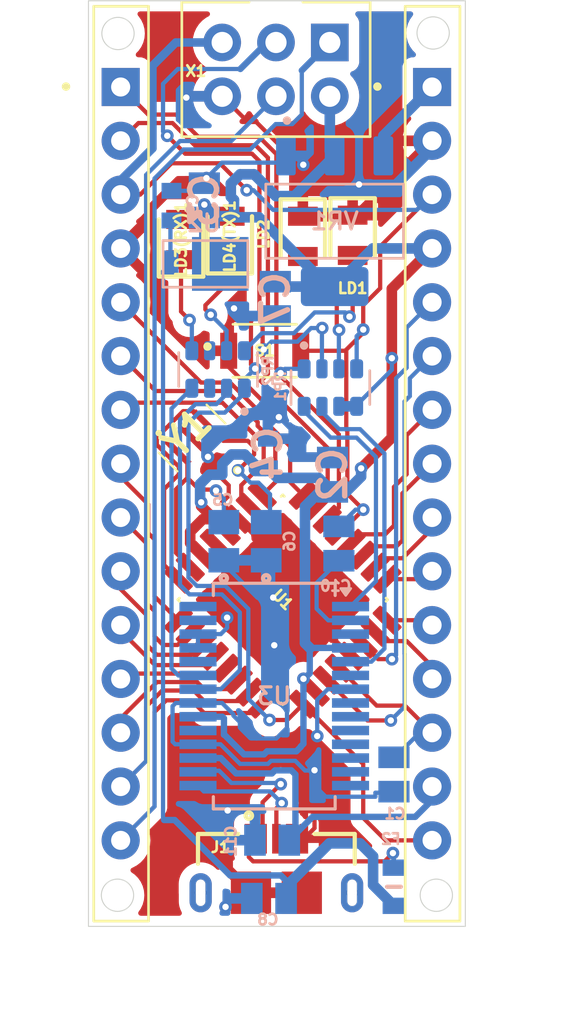
<source format=kicad_pcb>
(kicad_pcb (version 20240108) (generator "pcbnew") (generator_version "8.0")
  (layers (0 "F.Cu" signal) (31 "B.Cu" signal) (34 "B.Paste" user) (35 "F.Paste" user) (36 "B.SilkS" user "B.Silkscreen") (37 "F.SilkS" user "F.Silkscreen") (38 "B.Mask" user) (39 "F.Mask" user) (44 "Edge.Cuts" user))
  (net 0 "")
  (net 1 "GND")
  (net 2 "/AREF")
  (net 3 "+5V")
  (net 4 "Net-(U1-PB6(XTAL1))")
  (net 5 "Net-(U1-PB7(XTAL2))")
  (net 6 "VUSB")
  (net 7 "Net-(U3-DTR)")
  (net 8 "/RESET")
  (net 9 "3V3")
  (net 10 "Net-(J1-VBUS)")
  (net 12 "Net-(J1-D+)")
  (net 13 "Net-(LD1-A)")
  (net 14 "Net-(LD3(RX)1-K)")
  (net 15 "Net-(LD4(TX)1-K)")
  (net 16 "/D7")
  (net 17 "/A4")
  (net 18 "/A7")
  (net 19 "/D3")
  (net 20 "/A1")
  (net 21 "/D12{slash}MISO")
  (net 22 "/D1{slash}TX")
  (net 23 "/D10")
  (net 24 "/D11{slash}MOSI")
  (net 25 "/D9")
  (net 26 "/D13{slash}SCK")
  (net 27 "/D8")
  (net 28 "/A2")
  (net 29 "/D5")
  (net 30 "/D0{slash}RX")
  (net 31 "/A0")
  (net 32 "/A6")
  (net 33 "/A3")
  (net 34 "/D6")
  (net 35 "/D2")
  (net 36 "/D4")
  (net 37 "/A5")
  (net 39 "/RX")
  (net 40 "Net-(U3-CBUS1)")
  (net 49 "/TX")
  (net 50 "Net-(U3-CBUS0)")
  (net 53 "Vin")
  (net 55 "unconnected-(RP2-Pad3)")
  (net 56 "Net-(LD2-A)")
  (net 59 "Net-(J1-D-)")
  (footprint "LED_red:LEDC2012X85N" (layer "F.Cu") (at 150.1 92.45 -90)
    (property "Reference" "LD2")
    (property "Value" "GREEN" (hide yes))
  )
  (footprint "crystal_3Terminal:CSTCE16M0V53R0" (layer "F.Cu") (at 144.85 101.95 -135)
    (property "Reference" "Y1")
    (property "Value" "CSTCE16M0V53-R0" (hide yes))
  )
  (footprint "LED_red:LEDC2012X85N" (layer "F.Cu") (at 144.35 92.6 90)
    (property "Reference" "LD3(RX)1")
    (property "Value" "RED" (hide yes))
  )
  (footprint "LED_orange:LEDC2012X50N" (layer "F.Cu") (at 152.45 92.4 -90)
    (property "Reference" "LD1")
    (property "Value" "YELLOW" (hide yes))
  )
  (footprint "USB3090-XX-X_REVE:GCT_USB3090-XX-X_REVE" (layer "F.Cu") (at 148.85 123.4329)
    (property "Reference" "J1")
    (property "Value" "USB3090-XX-X_REVE")
    (fp_line (start -3.8 0.4) (end -3.8 -0.4) (stroke (width 0.01)) (layer "Edge.Cuts"))
    (fp_line (start -3.35 -0.4) (end -3.35 0.4) (stroke (width 0.01)) (layer "Edge.Cuts"))
    (fp_line (start 3.35 0.4) (end 3.35 -0.4) (stroke (width 0.01)) (layer "Edge.Cuts"))
    (fp_line (start 3.8 -0.4) (end 3.8 0.4) (stroke (width 0.01)) (layer "Edge.Cuts"))
    (fp_arc (start -3.8 -0.4) (mid -3.734099 -0.559099) (end -3.575 -0.625) (stroke (width 0.01)) (layer "Edge.Cuts"))
    (fp_arc (start -3.575 -0.625) (mid -3.415901 -0.559099) (end -3.35 -0.4) (stroke (width 0.01)) (layer "Edge.Cuts"))
    (fp_arc (start -3.575 0.625) (mid -3.734099 0.559099) (end -3.8 0.4) (stroke (width 0.01)) (layer "Edge.Cuts"))
    (fp_arc (start -3.35 0.4) (mid -3.415901 0.559099) (end -3.575 0.625) (stroke (width 0.01)) (layer "Edge.Cuts"))
    (fp_arc (start 3.35 -0.4) (mid 3.415901 -0.559099) (end 3.575 -0.625) (stroke (width 0.01)) (layer "Edge.Cuts"))
    (fp_arc (start 3.575 -0.625) (mid 3.734099 -0.559099) (end 3.8 -0.4) (stroke (width 0.01)) (layer "Edge.Cuts"))
    (fp_arc (start 3.575 0.625) (mid 3.415901 0.559099) (end 3.35 0.4) (stroke (width 0.01)) (layer "Edge.Cuts"))
    (fp_arc (start 3.8 0.4) (mid 3.734099 0.559099) (end 3.575 0.625) (stroke (width 0.01)) (layer "Edge.Cuts"))
  )
  (footprint "my_Library:header_pin1x15" (layer "F.Cu") (at 141.525 100.64)
    (property "Reference" "J2" (hide yes))
    (property "Value" "Conn_01x15" (hide yes))
  )
  (footprint "ATMEGA328P-AU:QFP80P900X900X120-32N" (layer "F.Cu") (at 149.15 109.6 -45)
    (property "Reference" "U1")
    (property "Value" "ATMEGA328P-AU")
  )
  (footprint "AVR-ICSP:ICSP-2X03-2.54" (layer "F.Cu") (at 151.37175 83.29825 -90)
    (property "Reference" "X1")
    (property "Value" "AVR-ICSP")
  )
  (footprint "B3U_1000P:SW_B3U-1000P" (layer "F.Cu") (at 148.3 97.85)
    (property "Reference" "S1")
    (property "Value" "B3U-1000P")
  )
  (footprint "LED_green:LEDC2012X50N" (layer "F.Cu") (at 146.65 92.45 90)
    (property "Reference" "LD4(TX)1")
    (property "Value" "GREEN" (hide yes))
  )
  (footprint "my_Library:header_pin1x15" (layer "F.Cu") (at 156.225 100.64)
    (property "Reference" "J3" (hide yes))
    (property "Value" "Conn_01x15" (hide yes))
  )
  (footprint "cap_0.1uF:CAPC2012X94N" (layer "B.Cu") (at 145.45 90.75 90)
    (property "Reference" "C3")
    (property "Value" "0.1uF" (hide yes))
  )
  (footprint "YC164_JR_071KL:RESCAXE80P320X160X70-8N" (layer "B.Cu") (at 146.1 98.735 90)
    (property "Reference" "RP2")
    (property "Value" "1k")
  )
  (footprint "LM1117IMPX-5.0:SOT230P700X180-4N" (layer "B.Cu") (at 151.6 91.735 -90)
    (property "Reference" "VR1")
    (property "Value" "LM1117IMPX-5.0")
  )
  (footprint "cap_4.7uF_16V:CAPC1608X90N" (layer "B.Cu") (at 143.9 91 90)
    (property "Reference" "C9")
    (property "Value" "4.7uF" (hide yes))
  )
  (footprint "cap_0.1uF:CAPC2012X94N" (layer "B.Cu") (at 154.4 117.85 -90)
    (property "Reference" "C1")
    (property "Value" "0.1uF" (hide yes))
  )
  (footprint "cap_18pF:C0805" (layer "B.Cu") (at 146.37 106.84 90)
    (property "Reference" "C5")
    (property "Value" "18pF" (hide yes))
  )
  (footprint "cap_0.1uF:CAPC2012X94N" (layer "B.Cu") (at 151.8 106.95 90)
    (property "Reference" "C10")
    (property "Value" "0.1uF" (hide yes))
  )
  (footprint "SS1P3L:DO220AAL" (layer "B.Cu") (at 145.5 93.75 180)
    (property "Reference" "U2")
    (property "Value" "SS1P3L")
  )
  (footprint "KiCad:FUSC1608X100N" (layer "B.Cu") (at 154.4 123.15 90)
    (property "Reference" "F2")
    (property "Value" "MF-FSMF050X-2" (hide yes))
  )
  (footprint "Package_SO:SSOP-28_5.3x10.2mm_P0.65mm" (layer "B.Cu") (at 148.75 114.15 180)
    (property "Reference" "U3")
    (property "Value" "FT232RL")
  )
  (footprint "cap_18pF:C0805" (layer "B.Cu") (at 148.37 106.84 90)
    (property "Reference" "C6")
    (property "Value" "18pF" (hide yes))
  )
  (footprint "cap_0.1uF:CAPC2012X94N" (layer "B.Cu") (at 148.65 120.95 180)
    (property "Reference" "C11")
    (property "Value" "0.1uF" (hide yes))
  )
  (footprint "cap_0.1uF:CAPC2012X94N" (layer "B.Cu") (at 148.5 123.7 180)
    (property "Reference" "C8")
    (property "Value" "0.1uF" (hide yes))
  )
  (footprint "cap_0.1uF:CAPC2012X94N" (layer "B.Cu") (at 148.8 95.4 -90)
    (property "Reference" "C7")
    (property "Value" "0.1uF" (hide yes))
  )
  (footprint "cap_4.7uF_16V:CAPC1608X90N" (layer "B.Cu") (at 148.45 102.7 90)
    (property "Reference" "C4")
    (property "Value" "4.7uF" (hide yes))
  )
  (footprint "cap_0.1uF:CAPC2012X94N" (layer "B.Cu") (at 151.5 103.7 90)
    (property "Reference" "C2")
    (property "Value" "0.1uF" (hide yes))
  )
  (footprint "YC164_JR_071KL:RESCAXE80P320X160X70-8N" (layer "B.Cu") (at 151.4 99.5875 -90)
    (property "Reference" "RP1")
    (property "Value" "1k")
  )
  (gr_circle (center 141.35 123.55) (end 142.112 123.55) (stroke (width 0.05)) (fill none) (layer "Edge.Cuts"))
  (gr_circle (center 156.25 82.85) (end 157.012 82.85) (stroke (width 0.05)) (fill none) (layer "Edge.Cuts"))
  (gr_rect (start 139.98 81.33) (end 157.77 125.02) (stroke (width 0.05)) (fill none) (layer "Edge.Cuts"))
  (gr_circle (center 156.4 123.55) (end 157.162 123.55) (stroke (width 0.05)) (fill none) (layer "Edge.Cuts"))
  (gr_circle (center 141.374 82.874) (end 142.136 82.874) (stroke (width 0.05)) (fill none) (layer "Edge.Cuts"))
  (segment (start 152.69 91.45) (end 152.45 91.45) (width 0.2) (layer "F.Cu") (net 1))
  (segment (start 148.55 107.302944) (end 147.049893 105.802837) (width 0.2) (layer "F.Cu") (net 1))
  (segment (start 150.1 91.5) (end 152.4 91.5) (width 0.5) (layer "F.Cu") (net 1))
  (segment (start 150.1 89.089338) (end 150.1 89.25) (width 0.2) (layer "F.Cu") (net 1))
  (segment (start 146.524999 110.448528) (end 146.524999 110.374999) (width 0.2) (layer "F.Cu") (net 1))
  (segment (start 146.6 104.698529) (end 146.272792 105.025736) (width 0.2) (layer "F.Cu") (net 1))
  (segment (start 147.874308 87.02725) (end 150.1 89.252942) (width 0.2) (layer "F.Cu") (net 1))
  (segment (start 150.65 117.65) (end 150.65 120.3829) (width 0.2) (layer "F.Cu") (net 1))
  (segment (start 148.55 109.35) (end 148.55 107.302944) (width 0.2) (layer "F.Cu") (net 1))
  (segment (start 146.272792 105.025736) (end 147.049893 105.802837) (width 0.2) (layer "F.Cu") (net 1))
  (segment (start 141.5 92.75) (end 144.55 89.7) (width 0.2) (layer "F.Cu") (net 1))
  (segment (start 150.119669 89.069669) (end 151.819669 89.069669) (width 0.5) (layer "F.Cu") (net 1))
  (segment (start 146.29175 85.83825) (end 147.48075 87.02725) (width 0.2) (layer "F.Cu") (net 1))
  (segment (start 149.2 111.3) (end 151.415685 111.3) (width 0.2) (layer "F.Cu") (net 1))
  (segment (start 146.6 104.201471) (end 146.6 104.698529) (width 0.2) (layer "F.Cu") (net 1))
  (segment (start 147.65 123.4329) (end 150.05 123.4329) (width 0.5) (layer "F.Cu") (net 1))
  (segment (start 146.55 122.3329) (end 147.65 123.4329) (width 0.5) (layer "F.Cu") (net 1))
  (segment (start 146.524999 110.374999) (end 146.35 110.2) (width 0.2) (layer "F.Cu") (net 1))
  (segment (start 146.35 110.2) (end 146.35 107.365685) (width 0.2) (layer "F.Cu") (net 1))
  (segment (start 147.9 111.75) (end 148.75 111.75) (width 0.2) (layer "F.Cu") (net 1))
  (segment (start 146.6 97.85) (end 146.6 98.61706) (width 0.2) (layer "F.Cu") (net 1))
  (segment (start 150.119669 89.069669) (end 150.1 89.089338) (width 0.2) (layer "F.Cu") (net 1))
  (segment (start 145.62024 102.857672) (end 145.62024 102.72024) (width 0.2) (layer "F.Cu") (net 1))
  (segment (start 151.819669 89.069669) (end 152.75 90) (width 0.5) (layer "F.Cu") (net 1))
  (segment (start 145.62024 102.72024) (end 144.85 101.95) (width 0.2) (layer "F.Cu") (net 1))
  (segment (start 148.7 109.5) (end 148.55 109.35) (width 0.2) (layer "F.Cu") (net 1))
  (segment (start 147.48075 87.02725) (end 147.874308 87.02725) (width 0.2) (layer "F.Cu") (net 1))
  (segment (start 148.75 111.75) (end 149.2 111.3) (width 0.2) (layer "F.Cu") (net 1))
  (segment (start 150.1 89.252942) (end 150.1 91.5) (width 0.2) (layer "F.Cu") (net 1))
  (segment (start 146.524999 110.448528) (end 146.598528 110.448528) (width 0.2) (layer "F.Cu") (net 1))
  (segment (start 151.415685 111.3) (end 152.381478 112.265793) (width 0.2) (layer "F.Cu") (net 1))
  (segment (start 156.2 87.94) (end 152.69 91.45) (width 0.5) (layer "F.Cu") (net 1))
  (segment (start 144.55 89.7) (end 145.55 89.7) (width 0.2) (layer "F.Cu") (net 1))
  (segment (start 146.35 107.365685) (end 145.918522 106.934207) (width 0.2) (layer "F.Cu") (net 1))
  (segment (start 146.6 98.61706) (end 148.96647 100.98353) (width 0.2) (layer "F.Cu") (net 1))
  (segment (start 146.598528 110.448528) (end 147.9 111.75) (width 0.2) (layer "F.Cu") (net 1))
  (segment (start 148.7 109.5) (end 148.55 109.65) (width 0.2) (layer "F.Cu") (net 1))
  (segment (start 145.62024 102.857672) (end 145.65 102.887432) (width 0.2) (layer "F.Cu") (net 1))
  (segment (start 141.5 93.02) (end 141.5 92.75) (width 0.2) (layer "F.Cu") (net 1))
  (segment (start 148.55 109.65) (end 148.55 111.55) (width 0.2) (layer "F.Cu") (net 1))
  (segment (start 145.65 103.251471) (end 146.6 104.201471) (width 0.2) (layer "F.Cu") (net 1))
  (segment (start 148.55 111.55) (end 148.75 111.75) (width 0.2) (layer "F.Cu") (net 1))
  (segment (start 145.65 102.887432) (end 145.65 103.251471) (width 0.2) (layer "F.Cu") (net 1))
  (segment (start 152.4 91.5) (end 152.45 91.45) (width 0.2) (layer "F.Cu") (net 1))
  (segment (start 150.65 120.3829) (end 150.15 120.8829) (width 0.2) (layer "F.Cu") (net 1))
  (segment (start 146.55 119.55) (end 146.55 122.3329) (width 0.5) (layer "F.Cu") (net 1))
  (via (at 150.65 117.65) (size 0.6) (drill 0.3) (layers "F.Cu" "B.Cu") (net 1))
  (via (at 146.45 124.1) (size 0.6) (drill 0.3) (layers "F.Cu" "B.Cu") (net 1))
  (via (at 150.777818 116.036144) (size 0.6) (drill 0.3) (layers "F.Cu" "B.Cu") (net 1))
  (via (at 145.62024 102.857672) (size 0.6) (drill 0.3) (layers "F.Cu" "B.Cu") (net 1))
  (via (at 145.55 89.7) (size 0.6) (drill 0.3) (layers "F.Cu" "B.Cu") (net 1))
  (via (at 152.75 90) (size 0.6) (drill 0.3) (layers "F.Cu" "B.Cu") (net 1))
  (via (at 144.6 85.9) (size 0.6) (drill 0.3) (layers "F.Cu" "B.Cu") (net 1))
  (via (at 146.524999 110.448528) (size 0.6) (drill 0.3) (layers "F.Cu" "B.Cu") (net 1))
  (via (at 148.96647 100.98353) (size 0.6) (drill 0.3) (layers "F.Cu" "B.Cu") (net 1))
  (via (at 150.119669 89.069669) (size 0.6) (drill 0.3) (layers "F.Cu" "B.Cu") (net 1))
  (via (at 146.85 95.85) (size 0.6) (drill 0.3) (layers "F.Cu" "B.Cu") (net 1))
  (via (at 148.75 111.75) (size 0.6) (drill 0.3) (layers "F.Cu" "B.Cu") (net 1))
  (via (at 148.7 109.5) (size 0.6) (drill 0.3) (layers "F.Cu" "B.Cu") (net 1))
  (via (at 146.55 119.55) (size 0.6) (drill 0.3) (layers "F.Cu" "B.Cu") (net 1))
  (segment (start 147.136396 117.35) (end 146.211396 116.425) (width 0.2) (layer "B.Cu") (net 1))
  (segment (start 150.65 117.65) (end 150.65 118.375) (width 0.2) (layer "B.Cu") (net 1))
  (segment (start 150.65 117.65) (end 150.636396 117.663604) (width 0.2) (layer "B.Cu") (net 1))
  (segment (start 144.66175 85.83825) (end 146.29175 85.83825) (width 0.5) (layer "B.Cu") (net 1))
  (segment (start 146.825 115.013604) (end 146.286396 114.475) (width 0.2) (layer "B.Cu") (net 1))
  (segment (start 149.35 112.35) (end 149.35 115.65) (width 0.2) (layer "B.Cu") (net 1))
  (segment (start 148.75 111.75) (end 149.35 112.35) (width 0.2) (layer "B.Cu") (net 1))
  (segment (start 149.85 101.86706) (end 148.96647 100.98353) (width 0.2) (layer "B.Cu") (net 1))
  (segment (start 150.636396 117.663604) (end 150.2 117.663604) (width 0.2) (layer "B.Cu") (net 1))
  (segment (start 149.741451 117.205055) (end 148.59795 117.205055) (width 0.2) (layer "B.Cu") (net 1))
  (segment (start 153.31348 90.02) (end 154.48652 90.02) (width 0.5) (layer "B.Cu") (net 1))
  (segment (start 153.525 118.9) (end 153.525 118.71) (width 0.2) (layer "B.Cu") (net 1))
  (segment (start 148.7 109.5) (end 147.95 109.5) (width 0.2) (layer "B.Cu") (net 1))
  (segment (start 146.85 123.7) (end 146.45 124.1) (width 0.2) (layer "B.Cu") (net 1))
  (segment (start 145.55 89.7) (end 146.279562 88.970438) (width 0.2) (layer "B.Cu") (net 1))
  (segment (start 145.15 111.875) (end 145.15 111.225) (width 0.2) (layer "B.Cu") (net 1))
  (segment (start 150.65 118.375) (end 151.175 118.9) (width 0.2) (layer "B.Cu") (net 1))
  (segment (start 146.825 115.075) (end 146.825 115.013604) (width 0.2) (layer "B.Cu") (net 1))
  (segment (start 151.275 113.825) (end 150.777818 114.322182) (width 0.2) (layer "B.Cu") (net 1))
  (segment (start 150.777818 114.322182) (end 150.777818 116.036144) (width 0.2) (layer "B.Cu") (net 1))
  (segment (start 143.95 116.3) (end 144.075 116.425) (width 0.2) (layer "B.Cu") (net 1))
  (segment (start 149.85 102.45) (end 149.85 101.86706) (width 0.2) (layer "B.Cu") (net 1))
  (segment (start 144.075 116.425) (end 145.15 116.425) (width 0.2) (layer "B.Cu") (net 1))
  (segment (start 148.453005 117.35) (end 147.136396 117.35) (width 0.2) (layer "B.Cu") (net 1))
  (segment (start 149.7 88.65) (end 149.3 88.65) (width 0.2) (layer "B.Cu") (net 1))
  (segment (start 148.7 108.07) (end 148.37 107.74) (width 0.2) (layer "B.Cu") (net 1))
  (segment (start 149.35 115.65) (end 148.85 116.15) (width 0.2) (layer "B.Cu") (net 1))
  (segment (start 153.525 118.71) (end 154.4 118.71) (width 0.2) (layer "B.Cu") (net 1))
  (segment (start 145.15 114.475) (end 144.1 114.475) (width 0.2) (layer "B.Cu") (net 1))
  (segment (start 148.85 116.15) (end 147.9 116.15) (width 0.2) (layer "B.Cu") (net 1))
  (segment (start 156.2 88.30652) (end 156.2 87.94) (width 0.5) (layer "B.Cu") (net 1))
  (segment (start 146.211396 116.425) (end 145.15 116.425) (width 0.2) (layer "B.Cu") (net 1))
  (segment (start 148.59795 117.205055) (end 148.453005 117.35) (width 0.2) (layer "B.Cu") (net 1))
  (segment (start 148.7 109.5) (end 148.7 108.07) (width 0.2) (layer "B.Cu") (net 1))
  (segment (start 144.6 85.9) (end 144.66175 85.83825) (width 0.2) (layer "B.Cu") (net 1))
  (segment (start 146.524999 110.448528) (end 146.524999 110.925001) (width 0.2) (layer "B.Cu") (net 1))
  (segment (start 143.9 90.3) (end 145.09 90.3) (width 0.2) (layer "B.Cu") (net 1))
  (segment (start 153.29348 90) (end 153.31348 90.02) (width 0.5) (layer "B.Cu") (net 1))
  (segment (start 146.524999 110.925001) (end 146.225 111.225) (width 0.2) (layer "B.Cu") (net 1))
  (segment (start 152.35 113.825) (end 151.275 113.825) (width 0.2) (layer "B.Cu") (net 1))
  (segment (start 150.2 117.663604) (end 149.741451 117.205055) (width 0.2) (layer "B.Cu") (net 1))
  (segment (start 151.175 118.9) (end 153.525 118.9) (width 0.2) (layer "B.Cu") (net 1))
  (segment (start 152.75 90) (end 153.29348 90) (width 0.5) (layer "B.Cu") (net 1))
  (segment (start 145.09 90.3) (end 145.45 89.94) (width 0.2) (layer "B.Cu") (net 1))
  (segment (start 148.45 101.5) (end 148.96647 100.98353) (width 0.2) (layer "B.Cu") (net 1))
  (segment (start 146.286396 114.475) (end 145.15 114.475) (width 0.2) (layer "B.Cu") (net 1))
  (segment (start 147.69 123.7) (end 146.85 123.7) (width 0.2) (layer "B.Cu") (net 1))
  (segment (start 146.279562 88.970438) (end 148.979562 88.970438) (width 0.2) (layer "B.Cu") (net 1))
  (segment (start 146.225 111.225) (end 145.15 111.225) (width 0.2) (layer "B.Cu") (net 1))
  (segment (start 150.119669 89.069669) (end 149.7 88.65) (width 0.2) (layer "B.Cu") (net 1))
  (segment (start 148.979562 88.970438) (end 149.3 88.65) (width 0.2) (layer "B.Cu") (net 1))
  (segment (start 148.8 96.21) (end 147.21 96.21) (width 0.2) (layer "B.Cu") (net 1))
  (segment (start 154.48652 90.02) (end 156.2 88.30652) (width 0.5) (layer "B.Cu") (net 1))
  (segment (start 148.45 102) (end 148.45 101.5) (width 0.2) (layer "B.Cu") (net 1))
  (segment (start 147.95 109.5) (end 146.37 107.92) (width 0.2) (layer "B.Cu") (net 1))
  (segment (start 146.37 107.92) (end 146.37 107.74) (width 0.2) (layer "B.Cu") (net 1))
  (segment (start 143.95 114.625) (end 143.95 116.3) (width 0.2) (layer "B.Cu") (net 1))
  (segment (start 150.29 102.89) (end 149.85 102.45) (width 0.2) (layer "B.Cu") (net 1))
  (segment (start 147.9 116.15) (end 146.825 115.075) (width 0.2) (layer "B.Cu") (net 1))
  (segment (start 147.21 96.21) (end 146.85 95.85) (width 0.2) (layer "B.Cu") (net 1))
  (segment (start 144.1 114.475) (end 143.95 114.625) (width 0.2) (layer "B.Cu") (net 1))
  (segment (start 151.5 102.89) (end 150.29 102.89) (width 0.2) (layer "B.Cu") (net 1))
  (segment (start 151.815793 112.831478) (end 153.584315 114.6) (width 0.2) (layer "F.Cu") (net 2))
  (segment (start 153.584315 114.6) (end 154.92 114.6) (width 0.2) (layer "F.Cu") (net 2))
  (segment (start 154.92 114.6) (end 156.2 115.88) (width 0.2) (layer "F.Cu") (net 2))
  (segment (start 156.2 115.88) (end 155.61 115.88) (width 0.5) (layer "B.Cu") (net 2))
  (segment (start 155.61 115.88) (end 154.4 117.09) (width 0.2) (layer "B.Cu") (net 2))
  (segment (start 145.3 105.003096) (end 145.3 105.184315) (width 0.5) (layer "F.Cu") (net 3))
  (segment (start 152.85 103.4) (end 154.3 101.95) (width 0.5) (layer "F.Cu") (net 3))
  (segment (start 154.3 101.95) (end 154.3 98.2) (width 0.5) (layer "F.Cu") (net 3))
  (segment (start 145.5 91.65) (end 144.35 91.65) (width 0.2) (layer "F.Cu") (net 3))
  (segment (start 145.3 105.184315) (end 146.484207 106.368522) (width 0.5) (layer "F.Cu") (net 3))
  (segment (start 144.781474 106.92853) (end 144.781474 106.395411) (width 0.5) (layer "F.Cu") (net 3))
  (segment (start 145.352837 107.499893) (end 144.781474 106.92853) (width 0.5) (layer "F.Cu") (net 3))
  (segment (start 145.379726 105.797159) (end 145.912844 105.797159) (width 0.5) (layer "F.Cu") (net 3))
  (segment (start 146.5 91.65) (end 146.65 91.5) (width 0.2) (layer "F.Cu") (net 3))
  (segment (start 145.912844 105.797159) (end 146.484207 106.368522) (width 0.5) (layer "F.Cu") (net 3))
  (segment (start 154.3 98.2) (end 154.3 94.92) (width 0.5) (layer "F.Cu") (net 3))
  (segment (start 150.213059 113.420377) (end 150.213059 113.491486) (width 0.3) (layer "F.Cu") (net 3))
  (segment (start 146.5 91.65) (end 145.5 91.65) (width 0.2) (layer "F.Cu") (net 3))
  (segment (start 154.3 94.92) (end 156.2 93.02) (width 0.5) (layer "F.Cu") (net 3))
  (segment (start 150.127818 113.335136) (end 150.213059 113.420377) (width 0.3) (layer "F.Cu") (net 3))
  (segment (start 144.781474 106.395411) (end 145.379726 105.797159) (width 0.5) (layer "F.Cu") (net 3))
  (segment (start 145.45 90.950002) (end 145.45 91.6) (width 0.2) (layer "F.Cu") (net 3))
  (segment (start 145.45 91.6) (end 145.5 91.65) (width 0.2) (layer "F.Cu") (net 3))
  (segment (start 150.213059 113.491486) (end 150.684422 113.962849) (width 0.3) (layer "F.Cu") (net 3))
  (via (at 150.127818 113.335136) (size 0.6) (drill 0.3) (layers "F.Cu" "B.Cu") (net 3))
  (via (at 152.85 103.4) (size 0.6) (drill 0.3) (layers "F.Cu" "B.Cu") (net 3))
  (via (at 154.3 98.2) (size 0.6) (drill 0.3) (layers "F.Cu" "B.Cu") (net 3))
  (via (at 145.45 90.950002) (size 0.6) (drill 0.3) (layers "F.Cu" "B.Cu") (net 3))
  (via (at 145.3 105.003096) (size 0.6) (drill 0.3) (layers "F.Cu" "B.Cu") (net 3))
  (segment (start 152.64 100.41) (end 152.64 100.4725) (width 0.2) (layer "B.Cu") (net 3))
  (segment (start 148.411554 116.755055) (end 148.266609 116.9) (width 0.3) (layer "B.Cu") (net 3))
  (segment (start 146.3 115.125) (end 145.15 115.125) (width 0.3) (layer "B.Cu") (net 3))
  (segment (start 148.9 103.85) (end 150.84 103.85) (width 0.5) (layer "B.Cu") (net 3))
  (segment (start 156.2 93.02) (end 153.4 93.02) (width 0.5) (layer "B.Cu") (net 3))
  (segment (start 147.322792 116.9) (end 146.397792 115.975) (width 0.3) (layer "B.Cu") (net 3))
  (segment (start 148.827818 90.55) (end 147.798256 89.520438) (width 0.5) (layer "B.Cu") (net 3))
  (segment (start 149.03 94.82) (end 148.8 94.59) (width 0.5) (layer "B.Cu") (net 3))
  (segment (start 146.295244 103.184583) (end 146.734583 102.745244) (width 0.5) (layer "B.Cu") (net 3))
  (segment (start 145.25 104.139339) (end 145.689339 103.7) (width 0.5) (layer "B.Cu") (net 3))
  (segment (start 150.89 104.51) (end 151.5 104.51) (width 0.5) (layer "B.Cu") (net 3))
  (segment (start 147.139339 89.520438) (end 146.7 89.959777) (width 0.5) (layer "B.Cu") (net 3))
  (segment (start 151.37175 88.42175) (end 151.6 88.65) (width 0.5) (layer "B.Cu") (net 3))
  (segment (start 147.355905 102.745244) (end 147.795244 103.184583) (width 0.5) (layer "B.Cu") (net 3))
  (segment (start 148.325 103.525) (end 148.45 103.4) (width 0.5) (layer "B.Cu") (net 3))
  (segment (start 150.127818 116.402943) (end 150 116.530761) (width 0.3) (layer "B.Cu") (net 3))
  (segment (start 147.795244 103.467426) (end 147.852818 103.525) (width 0.5) (layer "B.Cu") (net 3))
  (segment (start 150 116.55) (end 149.794945 116.755055) (width 0.3) (layer "B.Cu") (net 3))
  (segment (start 151.6 88.65) (end 149.7 90.55) (width 0.5) (layer "B.Cu") (net 3))
  (segment (start 152.35 111.875) (end 150.425 111.875) (width 0.3) (layer "B.Cu") (net 3))
  (segment (start 153.4 93.02) (end 151.6 94.82) (width 0.5) (layer "B.Cu") (net 3))
  (segment (start 150.2 105.2) (end 150.2 111.65) (width 0.5) (layer "B.Cu") (net 3))
  (segment (start 151.37175 85.83825) (end 151.37175 88.42175) (width 0.5) (layer "B.Cu") (net 3))
  (segment (start 145.999998 91.5) (end 146.85 91.5) (width 0.5) (layer "B.Cu") (net 3))
  (segment (start 148.025 91.55) (end 151.295 94.82) (width 0.5) (layer "B.Cu") (net 3))
  (segment (start 150 116.530761) (end 150 116.55) (width 0.3) (layer "B.Cu") (net 3))
  (segment (start 146.7 89.959777) (end 146.7 90.581099) (width 0.5) (layer "B.Cu") (net 3))
  (segment (start 150.2 111.65) (end 150.425 111.875) (width 0.5) (layer "B.Cu") (net 3))
  (segment (start 150.425 113.075) (end 150.425 111.875) (width 0.3) (layer "B.Cu") (net 3))
  (segment (start 147.795244 103.184583) (end 147.795244 103.467426) (width 0.5) (layer "B.Cu") (net 3))
  (segment (start 146.7 90.581099) (end 146.85 90.731099) (width 0.5) (layer "B.Cu") (net 3))
  (segment (start 149.7 90.55) (end 148.827818 90.55) (width 0.5) (layer "B.Cu") (net 3))
  (segment (start 146.295244 103.7) (end 146.295244 103.184583) (width 0.5) (layer "B.Cu") (net 3))
  (segment (start 147.852818 103.525) (end 148.325 103.525) (width 0.5) (layer "B.Cu") (net 3))
  (segment (start 150.84 103.85) (end 151.5 104.51) (width 0.5) (layer "B.Cu") (net 3))
  (segment (start 145.45 90.950002) (end 145.999998 91.5) (width 0.5) (layer "B.Cu") (net 3))
  (segment (start 146.734583 102.745244) (end 147.355905 102.745244) (width 0.5) (layer "B.Cu") (net 3))
  (segment (start 145.45 93) (end 146.2 93.75) (width 0.5) (layer "B.Cu") (net 3))
  (segment (start 145.25 104.953096) (end 145.25 104.139339) (width 0.5) (layer "B.Cu") (net 3))
  (segment (start 150.127818 113.335136) (end 150.127818 116.402943) (width 0.3) (layer "B.Cu") (net 3))
  (segment (start 151.295 94.82) (end 151.6 94.82) (width 0.5) (layer "B.Cu") (net 3))
  (segment (start 150.164864 113.335136) (end 150.425 113.075) (width 0.3) (layer "B.Cu") (net 3))
  (segment (start 146.9 91.55) (end 148.025 91.55) (width 0.5) (layer "B.Cu") (net 3))
  (segment (start 152.85 103.795) (end 152.135 104.51) (width 0.5) (layer "B.Cu") (net 3))
  (segment (start 146.85 90.731099) (end 146.85 91.5) (width 0.5) (layer "B.Cu") (net 3))
  (segment (start 150.2 105.2) (end 150.89 104.51) (width 0.5) (layer "B.Cu") (net 3))
  (segment (start 146.85 91.5) (end 146.9 91.55) (width 0.5) (layer "B.Cu") (net 3))
  (segment (start 145.689339 103.7) (end 146.295244 103.7) (width 0.5) (layer "B.Cu") (net 3))
  (segment (start 146.397792 115.975) (end 146.375 115.975) (width 0.3) (layer "B.Cu") (net 3))
  (segment (start 152.135 104.51) (end 151.5 104.51) (width 0.5) (layer "B.Cu") (net 3))
  (segment (start 154.3 98.75) (end 152.64 100.41) (width 0.2) (layer "B.Cu") (net 3))
  (segment (start 152.85 103.4) (end 152.85 103.795) (width 0.5) (layer "B.Cu") (net 3))
  (segment (start 146.375 115.2) (end 146.3 115.125) (width 0.3) (layer "B.Cu") (net 3))
  (segment (start 146.375 115.975) (end 146.375 115.2) (width 0.3) (layer "B.Cu") (net 3))
  (segment (start 150.127818 113.335136) (end 150.164864 113.335136) (width 0.3) (layer "B.Cu") (net 3))
  (segment (start 148.45 103.4) (end 148.9 103.85) (width 0.5) (layer "B.Cu") (net 3))
  (segment (start 151.8 100.4725) (end 152.64 100.4725) (width 0.5) (layer "B.Cu") (net 3))
  (segment (start 145.3 105.003096) (end 145.25 104.953096) (width 0.5) (layer "B.Cu") (net 3))
  (segment (start 151.6 94.82) (end 149.03 94.82) (width 0.5) (layer "B.Cu") (net 3))
  (segment (start 148.266609 116.9) (end 147.322792 116.9) (width 0.3) (layer "B.Cu") (net 3))
  (segment (start 154.3 98.2) (end 154.3 98.75) (width 0.2) (layer "B.Cu") (net 3))
  (segment (start 149.794945 116.755055) (end 148.411554 116.755055) (width 0.3) (layer "B.Cu") (net 3))
  (segment (start 147.798256 89.520438) (end 147.139339 89.520438) (width 0.5) (layer "B.Cu") (net 3))
  (segment (start 145.45 90.950002) (end 145.45 93) (width 0.5) (layer "B.Cu") (net 3))
  (segment (start 144.65 103.093502) (end 144.65 103.849999) (width 0.2) (layer "F.Cu") (net 4))
  (segment (start 146 104.45) (end 145.953096 104.403096) (width 0.2) (layer "F.Cu") (net 4))
  (segment (start 145.203097 104.403096) (end 144.65 103.849999) (width 0.2) (layer "F.Cu") (net 4))
  (segment (start 144.178249 102.621751) (end 144.65 103.093502) (width 0.2) (layer "F.Cu") (net 4))
  (segment (start 144.115789 104.38421) (end 144.115789 107.394216) (width 0.2) (layer "F.Cu") (net 4))
  (segment (start 144.115789 107.394216) (end 144.787151 108.065578) (width 0.2) (layer "F.Cu") (net 4))
  (segment (start 145.953096 104.403096) (end 145.203097 104.403096) (width 0.2) (layer "F.Cu") (net 4))
  (segment (start 144.65 103.849999) (end 144.115789 104.38421) (width 0.2) (layer "F.Cu") (net 4))
  (via (at 146 104.45) (size 0.6) (drill 0.3) (layers "F.Cu" "B.Cu") (net 4))
  (segment (start 146.37 104.82) (end 146.37 105.94) (width 0.2) (layer "B.Cu") (net 4))
  (segment (start 146 104.45) (end 146.37 104.82) (width 0.2) (layer "B.Cu") (net 4))
  (segment (start 144.45 100.7) (end 143.206498 101.943502) (width 0.2) (layer "F.Cu") (net 5))
  (segment (start 144.25 103.684314) (end 143.550103 104.384211) (width 0.2) (layer "F.Cu") (net 5))
  (segment (start 143.206498 102.286396) (end 144.25 103.329898) (width 0.2) (layer "F.Cu") (net 5))
  (segment (start 143.550103 107.959901) (end 144.221466 108.631264) (width 0.2) (layer "F.Cu") (net 5))
  (segment (start 147.8 102.4) (end 147.5 102.1) (width 0.2) (layer "F.Cu") (net 5))
  (segment (start 144.25 103.329898) (end 144.25 103.684314) (width 0.2) (layer "F.Cu") (net 5))
  (segment (start 144.943502 100.7) (end 144.45 100.7) (width 0.2) (layer "F.Cu") (net 5))
  (segment (start 143.550103 104.384211) (end 143.550103 107.959901) (width 0.2) (layer "F.Cu") (net 5))
  (segment (start 146.343502 102.1) (end 145.521751 101.278249) (width 0.2) (layer "F.Cu") (net 5))
  (segment (start 147.5 102.1) (end 146.343502 102.1) (width 0.2) (layer "F.Cu") (net 5))
  (segment (start 143.206498 101.943502) (end 143.206498 102.286396) (width 0.2) (layer "F.Cu") (net 5))
  (segment (start 145.521751 101.278249) (end 144.943502 100.7) (width 0.2) (layer "F.Cu") (net 5))
  (segment (start 147.045244 103.495244) (end 147.8 102.740488) (width 0.2) (layer "F.Cu") (net 5))
  (segment (start 147.8 102.740488) (end 147.8 102.4) (width 0.2) (layer "F.Cu") (net 5))
  (via (at 147.045244 103.495244) (size 0.6) (drill 0.3) (layers "F.Cu" "B.Cu") (net 5))
  (segment (start 148.002182 104.075) (end 148.55 104.622818) (width 0.2) (layer "B.Cu") (net 5))
  (segment (start 148.55 104.622818) (end 148.55 105.76) (width 0.2) (layer "B.Cu") (net 5))
  (segment (start 147.045244 103.495244) (end 147.625 104.075) (width 0.2) (layer "B.Cu") (net 5))
  (segment (start 148.55 105.76) (end 148.37 105.94) (width 0.2) (layer "B.Cu") (net 5))
  (segment (start 147.625 104.075) (end 148.002182 104.075) (width 0.2) (layer "B.Cu") (net 5))
  (segment (start 153.415 121.715) (end 152.8 121.1) (width 0.5) (layer "B.Cu") (net 6))
  (segment (start 143.5 119.95) (end 143.5 94.1) (width 0.2) (layer "B.Cu") (net 6))
  (segment (start 151.35 121.1) (end 149.31 123.14) (width 0.5) (layer "B.Cu") (net 6))
  (segment (start 143.55 120) (end 143.5 119.95) (width 0.2) (layer "B.Cu") (net 6))
  (segment (start 153.415 123.065) (end 153.415 121.715) (width 0.5) (layer "B.Cu") (net 6))
  (segment (start 143.85 93.75) (end 143.85 91.75) (width 0.2) (layer "B.Cu") (net 6))
  (segment (start 143.55 120) (end 144.05 120) (width 0.3) (layer "B.Cu") (net 6))
  (segment (start 152.8 121.1) (end 151.35 121.1) (width 0.5) (layer "B.Cu") (net 6))
  (segment (start 143.85 91.75) (end 143.9 91.7) (width 0.2) (layer "B.Cu") (net 6))
  (segment (start 149.31 122.86) (end 149.31 123.7) (width 0.3) (layer "B.Cu") (net 6))
  (segment (start 144.05 120) (end 146.665 122.615) (width 0.3) (layer "B.Cu") (net 6))
  (segment (start 143.5 94.1) (end 143.6 94) (width 0.2) (layer "B.Cu") (net 6))
  (segment (start 143.85 93.75) (end 143.6 94) (width 0.3) (layer "B.Cu") (net 6))
  (segment (start 154.4 124.05) (end 153.415 123.065) (width 0.5) (layer "B.Cu") (net 6))
  (segment (start 149.065 122.615) (end 149.31 122.86) (width 0.3) (layer "B.Cu") (net 6))
  (segment (start 146.665 122.615) (end 149.065 122.615) (width 0.3) (layer "B.Cu") (net 6))
  (segment (start 149.31 123.14) (end 149.31 123.7) (width 0.5) (layer "B.Cu") (net 6))
  (segment (start 150.75 108.81) (end 150.75 110.025) (width 0.2) (layer "B.Cu") (net 7))
  (segment (start 151.8 107.76) (end 150.75 108.81) (width 0.2) (layer "B.Cu") (net 7))
  (segment (start 151.3 110.575) (end 152.35 110.575) (width 0.2) (layer "B.Cu") (net 7))
  (segment (start 150.75 110.025) (end 151.3 110.575) (width 0.2) (layer "B.Cu") (net 7))
  (segment (start 151.931478 106.368522) (end 151.815793 106.368522) (width 0.2) (layer "F.Cu") (net 8))
  (segment (start 152.2 101.632844) (end 152.2 104.6) (width 0.2) (layer "F.Cu") (net 8))
  (segment (start 146.179562 89) (end 143.9 89) (width 0.2) (layer "F.Cu") (net 8))
  (segment (start 152.15 101.582844) (end 152.2 101.632844) (width 0.2) (layer "F.Cu") (net 8))
  (segment (start 152.1 97.85) (end 150 97.85) (width 0.2) (layer "F.Cu") (net 8))
  (segment (start 152.15 97.8) (end 152.15 98.9) (width 0.2) (layer "F.Cu") (net 8))
  (segment (start 152.95 105.35) (end 151.931478 106.368522) (width 0.2) (layer "F.Cu") (net 8))
  (segment (start 152.2 104.6) (end 152.95 105.35) (width 0.2) (layer "F.Cu") (net 8))
  (segment (start 153.75 94.9) (end 152.95 95.7) (width 0.2) (layer "F.Cu") (net 8))
  (segment (start 152.95 95.7) (end 152.95 96.85) (width 0.2) (layer "F.Cu") (net 8))
  (segment (start 143.9 89) (end 142.42 90.48) (width 0.2) (layer "F.Cu") (net 8))
  (segment (start 142.42 90.48) (end 141.5 90.48) (width 0.2) (layer "F.Cu") (net 8))
  (segment (start 156.2 90.48) (end 153.75 92.93) (width 0.2) (layer "F.Cu") (net 8))
  (segment (start 152.95 97) (end 152.15 97.8) (width 0.2) (layer "F.Cu") (net 8))
  (segment (start 152.95 96.85) (end 152.95 97) (width 0.2) (layer "F.Cu") (net 8))
  (segment (start 153.75 92.93) (end 153.75 94.9) (width 0.2) (layer "F.Cu") (net 8))
  (segment (start 152.15 97.8) (end 152.1 97.85) (width 0.2) (layer "F.Cu") (net 8))
  (segment (start 147.45 90.270438) (end 146.179562 89) (width 0.2) (layer "F.Cu") (net 8))
  (segment (start 152.15 98.9) (end 152.15 101.582844) (width 0.2) (layer "F.Cu") (net 8))
  (via (at 147.45 90.270438) (size 0.6) (drill 0.3) (layers "F.Cu" "B.Cu") (net 8))
  (via (at 152.95 96.85) (size 0.6) (drill 0.3) (layers "F.Cu" "B.Cu") (net 8))
  (via (at 152.95 105.35) (size 0.6) (drill 0.3) (layers "F.Cu" "B.Cu") (net 8))
  (segment (start 155.48 91.2) (end 156.2 90.48) (width 0.2) (layer "B.Cu") (net 8))
  (segment (start 152.95 105.35) (end 152.59 105.35) (width 0.2) (layer "B.Cu") (net 8))
  (segment (start 152.59 105.35) (end 151.8 106.14) (width 0.2) (layer "B.Cu") (net 8))
  (segment (start 152.64 98.7025) (end 152.64 97.16) (width 0.2) (layer "B.Cu") (net 8))
  (segment (start 144.10175 83.29825) (end 143 84.4) (width 0.4) (layer "B.Cu") (net 8))
  (segment (start 143 84.4) (end 143 88.3) (width 0.4) (layer "B.Cu") (net 8))
  (segment (start 147.770438 90.270438) (end 148.7 91.2) (width 0.2) (layer "B.Cu") (net 8))
  (segment (start 143 88.3) (end 141.5 89.8) (width 0.4) (layer "B.Cu") (net 8))
  (segment (start 152.64 97.16) (end 152.95 96.85) (width 0.2) (layer "B.Cu") (net 8))
  (segment (start 147.45 90.270438) (end 147.770438 90.270438) (width 0.2) (layer "B.Cu") (net 8))
  (segment (start 141.5 89.8) (end 141.5 90.48) (width 0.4) (layer "B.Cu") (net 8))
  (segment (start 148.7 91.2) (end 155.48 91.2) (width 0.2) (layer "B.Cu") (net 8))
  (segment (start 146.29175 83.29825) (end 144.10175 83.29825) (width 0.4) (layer "B.Cu") (net 8))
  (segment (start 149.75 117.85) (end 149.555055 117.655055) (width 0.3) (layer "B.Cu") (net 9))
  (segment (start 146.225 117.075) (end 145.15 117.075) (width 0.3) (layer "B.Cu") (net 9))
  (segment (start 156.2 118.42) (end 156.2 119.055) (width 0.5) (layer "B.Cu") (net 9))
  (segment (start 146.95 117.8) (end 146.225 117.075) (width 0.3) (layer "B.Cu") (net 9))
  (segment (start 156.2 119.055) (end 155.405 119.85) (width 0.3) (layer "B.Cu") (net 9))
  (segment (start 149.46 120.95) (end 149.75 120.66) (width 0.3) (layer "B.Cu") (net 9))
  (segment (start 148.639401 117.8) (end 146.95 117.8) (width 0.3) (layer "B.Cu") (net 9))
  (segment (start 149.555055 117.655055) (end 148.784346 117.655055) (width 0.3) (layer "B.Cu") (net 9))
  (segment (start 148.784346 117.655055) (end 148.639401 117.8) (width 0.3) (layer "B.Cu") (net 9))
  (segment (start 150.56 119.85) (end 149.46 120.95) (width 0.3) (layer "B.Cu") (net 9))
  (segment (start 149.75 120.66) (end 149.75 117.85) (width 0.3) (layer "B.Cu") (net 9))
  (segment (start 155.405 119.85) (end 150.56 119.85) (width 0.3) (layer "B.Cu") (net 9))
  (segment (start 153.96 121.95) (end 147.75 121.95) (width 0.2) (layer "F.Cu") (net 10))
  (segment (start 147.75 121.95) (end 147.55 121.75) (width 0.2) (layer "F.Cu") (net 10))
  (segment (start 147.55 121.75) (end 147.55 120.95) (width 0.2) (layer "F.Cu") (net 10))
  (segment (start 154.35 121.56) (end 153.96 121.95) (width 0.2) (layer "F.Cu") (net 10))
  (via (at 154.35 121.56) (size 0.6) (drill 0.3) (layers "F.Cu" "B.Cu") (net 10))
  (segment (start 154.4 122.25) (end 154.4 121.61) (width 0.2) (layer "B.Cu") (net 10))
  (segment (start 154.4 121.61) (end 154.35 121.56) (width 0.2) (layer "B.Cu") (net 10))
  (segment (start 148.85 119.45) (end 149.1 119.2) (width 0.2) (layer "F.Cu") (net 12))
  (segment (start 148.85 120.95) (end 148.85 119.45) (width 0.2) (layer "F.Cu") (net 12))
  (via (at 149.1 119.2) (size 0.6) (drill 0.3) (layers "F.Cu" "B.Cu") (net 12))
  (segment (start 145.425 118.65) (end 145.1 118.325) (width 0.2) (layer "B.Cu") (net 12))
  (segment (start 149.1 119.2) (end 148.55 118.65) (width 0.2) (layer "B.Cu") (net 12))
  (segment (start 148.55 118.65) (end 145.425 118.65) (width 0.2) (layer "B.Cu") (net 12))
  (segment (start 152.45 96.089999) (end 152.45 93.35) (width 0.2) (layer "F.Cu") (net 13))
  (segment (start 152.3 96.239999) (end 152.45 96.089999) (width 0.2) (layer "F.Cu") (net 13))
  (via (at 152.3 96.239999) (size 0.6) (drill 0.3) (layers "F.Cu" "B.Cu") (net 13))
  (segment (start 152.100001 96.04) (end 152.3 96.239999) (width 0.2) (layer "B.Cu") (net 13))
  (segment (start 148.17 97.02) (end 149.68 97.02) (width 0.2) (layer "B.Cu") (net 13))
  (segment (start 147.34 97.85) (end 148.17 97.02) (width 0.2) (layer "B.Cu") (net 13))
  (segment (start 150.66 96.04) (end 152.100001 96.04) (width 0.2) (layer "B.Cu") (net 13))
  (segment (start 149.68 97.02) (end 150.66 96.04) (width 0.2) (layer "B.Cu") (net 13))
  (segment (start 144.35 96) (end 144.35 93.55) (width 0.2) (layer "F.Cu") (net 14))
  (segment (start 144.75 96.4) (end 144.35 96) (width 0.2) (layer "F.Cu") (net 14))
  (via (at 144.75 96.4) (size 0.6) (drill 0.3) (layers "F.Cu" "B.Cu") (net 14))
  (segment (start 144.8 97.79) (end 144.86 97.85) (width 0.2) (layer "B.Cu") (net 14))
  (segment (start 144.86 97.85) (end 144.86 96.51) (width 0.2) (layer "B.Cu") (net 14))
  (segment (start 144.86 96.51) (end 144.75 96.4) (width 0.2) (layer "B.Cu") (net 14))
  (segment (start 145.75 96.15) (end 145.5 95.9) (width 0.2) (layer "F.Cu") (net 15))
  (segment (start 145.5 95.9) (end 145.5 95.7) (width 0.2) (layer "F.Cu") (net 15))
  (segment (start 146.65 93.4) (end 146.65 94.55) (width 0.2) (layer "F.Cu") (net 15))
  (segment (start 146.65 94.55) (end 145.5 95.7) (width 0.2) (layer "F.Cu") (net 15))
  (via (at 145.75 96.15) (size 0.6) (drill 0.3) (layers "F.Cu" "B.Cu") (net 15))
  (segment (start 146.4 97.75) (end 146.5 97.85) (width 0.2) (layer "B.Cu") (net 15))
  (segment (start 146.5 96.9) (end 145.75 96.15) (width 0.2) (layer "B.Cu") (net 15))
  (segment (start 146.5 97.85) (end 146.5 96.9) (width 0.2) (layer "B.Cu") (net 15))
  (segment (start 143.2 112.2) (end 142.7 111.7) (width 0.2) (layer "F.Cu") (net 16))
  (segment (start 145.352837 111.700107) (end 144.852944 112.2) (width 0.2) (layer "F.Cu") (net 16))
  (segment (start 142.7 110.302943) (end 141.5 109.102943) (width 0.2) (layer "F.Cu") (net 16))
  (segment (start 142.7 111.7) (end 142.7 110.302943) (width 0.2) (layer "F.Cu") (net 16))
  (segment (start 141.5 109.102943) (end 141.5 108.26) (width 0.2) (layer "F.Cu") (net 16))
  (segment (start 144.852944 112.2) (end 143.2 112.2) (width 0.2) (layer "F.Cu") (net 16))
  (segment (start 154.8 104.58) (end 156.2 103.18) (width 0.2) (layer "F.Cu") (net 17))
  (segment (start 154.8 106.8) (end 154.8 104.58) (width 0.2) (layer "F.Cu") (net 17))
  (segment (start 152.697163 107.499893) (end 153.118526 107.07853) (width 0.2) (layer "F.Cu") (net 17))
  (segment (start 154.52147 107.07853) (end 154.8 106.8) (width 0.2) (layer "F.Cu") (net 17))
  (segment (start 153.118526 107.07853) (end 154.52147 107.07853) (width 0.2) (layer "F.Cu") (net 17))
  (segment (start 153.652571 112.405515) (end 152.947163 111.700107) (width 0.2) (layer "F.Cu") (net 18))
  (segment (start 154.305515 112.405515) (end 153.652571 112.405515) (width 0.2) (layer "F.Cu") (net 18))
  (via (at 154.305515 112.405515) (size 0.6) (drill 0.3) (layers "F.Cu" "B.Cu") (net 18))
  (segment (start 155 98.65) (end 155 96.76) (width 0.2) (layer "B.Cu") (net 18))
  (segment (start 154.5 112.21103) (end 154.5 99.15) (width 0.2) (layer "B.Cu") (net 18))
  (segment (start 155 96.76) (end 156.2 95.56) (width 0.2) (layer "B.Cu") (net 18))
  (segment (start 154.5 99.15) (end 155 98.65) (width 0.2) (layer "B.Cu") (net 18))
  (segment (start 154.305515 112.405515) (end 154.5 112.21103) (width 0.2) (layer "B.Cu") (net 18))
  (segment (start 146.5 99.75) (end 143.15 99.75) (width 0.2) (layer "F.Cu") (net 19))
  (segment (start 148.8 102.231275) (end 147.96647 101.397745) (width 0.2) (layer "F.Cu") (net 19))
  (segment (start 148.181264 104.671466) (end 148.8 104.05273) (width 0.2) (layer "F.Cu") (net 19))
  (segment (start 148.8 104.05273) (end 148.8 102.231275) (width 0.2) (layer "F.Cu") (net 19))
  (segment (start 147.96647 101.397745) (end 147.96647 101.21647) (width 0.2) (layer "F.Cu") (net 19))
  (segment (start 147.96647 101.21647) (end 146.5 99.75) (width 0.2) (layer "F.Cu") (net 19))
  (segment (start 143.15 99.75) (end 141.5 98.1) (width 0.2) (layer "F.Cu") (net 19))
  (segment (start 154.078534 110.568736) (end 155.968736 110.568736) (width 0.2) (layer "F.Cu") (net 20))
  (segment (start 155.968736 110.568736) (end 156.2 110.8) (width 0.2) (layer "F.Cu") (net 20))
  (segment (start 144.841961 114.35) (end 143.65 114.35) (width 0.2) (layer "F.Cu") (net 21))
  (segment (start 143.65 114.35) (end 143.1 114.9) (width 0.2) (layer "F.Cu") (net 21))
  (segment (start 147.759901 114.949897) (end 145.441858 114.949897) (width 0.2) (layer "F.Cu") (net 21))
  (segment (start 148.181264 114.528534) (end 147.759901 114.949897) (width 0.2) (layer "F.Cu") (net 21))
  (segment (start 145.441858 114.949897) (end 144.841961 114.35) (width 0.2) (layer "F.Cu") (net 21))
  (segment (start 143.1 114.9) (end 143.1 119.36) (width 0.2) (layer "F.Cu") (net 21))
  (segment (start 143.1 119.36) (end 141.5 120.96) (width 0.2) (layer "F.Cu") (net 21))
  (segment (start 143.1 89.715686) (end 144.465686 88.35) (width 0.2) (layer "B.Cu") (net 21))
  (segment (start 149.6 87.15) (end 150.05 86.7) (width 0.2) (layer "B.Cu") (net 21))
  (segment (start 150.05 86.7) (end 150.05 84.62) (width 0.2) (layer "B.Cu") (net 21))
  (segment (start 143.1 119.36) (end 143.1 89.715686) (width 0.2) (layer "B.Cu") (net 21))
  (segment (start 147.615686 88.35) (end 148.815686 87.15) (width 0.2) (layer "B.Cu") (net 21))
  (segment (start 148.815686 87.15) (end 149.6 87.15) (width 0.2) (layer "B.Cu") (net 21))
  (segment (start 141.5 120.96) (end 143.1 119.36) (width 0.2) (layer "B.Cu") (net 21))
  (segment (start 144.465686 88.35) (end 147.615686 88.35) (width 0.2) (layer "B.Cu") (net 21))
  (segment (start 150.05 84.62) (end 151.37175 83.29825) (width 0.3) (layer "B.Cu") (net 21))
  (segment (start 148.450001 98.444853) (end 148.450001 98.941911) (width 0.2) (layer "F.Cu") (net 22))
  (segment (start 143.948529 87.101472) (end 142.338528 87.101472) (width 0.2) (layer "F.Cu") (net 22))
  (segment (start 148.250001 97.788527) (end 148.2 97.838528) (width 0.2) (layer "F.Cu") (net 22))
  (segment (start 148.250001 97.788527) (end 148.2 97.738526) (width 0.2) (layer "F.Cu") (net 22))
  (segment (start 148.2 97.838528) (end 148.2 98.194852) (width 0.2) (layer "F.Cu") (net 22))
  (segment (start 148.45 96.215686) (end 148.45 88.734314) (width 0.2) (layer "F.Cu") (net 22))
  (segment (start 144.997057 88.15) (end 143.948529 87.101472) (width 0.2) (layer "F.Cu") (net 22))
  (segment (start 151.27147 102.440001) (end 151.27147 104.650103) (width 0.2) (layer "F.Cu") (net 22))
  (segment (start 151.27147 104.650103) (end 150.684422 105.237151) (width 0.2) (layer "F.Cu") (net 22))
  (segment (start 148.450001 98.941911) (end 148.11169 99.280221) (width 0.2) (layer "F.Cu") (net 22))
  (segment (start 148.2 97.738526) (end 148.2 96.465686) (width 0.2) (layer "F.Cu") (net 22))
  (segment (start 148.45 88.734314) (end 147.865686 88.15) (width 0.2) (layer "F.Cu") (net 22))
  (segment (start 147.865686 88.15) (end 144.997057 88.15) (width 0.2) (layer "F.Cu") (net 22))
  (segment (start 142.338528 87.101472) (end 141.5 87.94) (width 0.2) (layer "F.Cu") (net 22))
  (segment (start 148.11169 99.280221) (end 151.27147 102.440001) (width 0.2) (layer "F.Cu") (net 22))
  (segment (start 148.2 96.465686) (end 148.45 96.215686) (width 0.2) (layer "F.Cu") (net 22))
  (segment (start 148.2 98.194852) (end 148.450001 98.444853) (width 0.2) (layer "F.Cu") (net 22))
  (via (at 151.011486 96.778395) (size 0.6) (drill 0.3) (layers "F.Cu" "B.Cu") (net 22))
  (via (at 148.250001 97.788527) (size 0.6) (drill 0.3) (layers "F.Cu" "B.Cu") (net 22))
  (segment (start 151.011486 96.778395) (end 151 96.789881) (width 0.2) (layer "B.Cu") (net 22))
  (segment (start 149.845686 97.42) (end 148.618528 97.42) (width 0.2) (layer "B.Cu") (net 22))
  (segment (start 148.618528 97.42) (end 148.250001 97.788527) (width 0.2) (layer "B.Cu") (net 22))
  (segment (start 150.487291 96.778395) (end 149.845686 97.42) (width 0.2) (layer "B.Cu") (net 22))
  (segment (start 151 96.789881) (end 151 98.7025) (width 0.2) (layer "B.Cu") (net 22))
  (segment (start 151.011486 96.778395) (end 150.487291 96.778395) (width 0.2) (layer "B.Cu") (net 22))
  (segment (start 145.441858 113.818526) (end 145.110487 113.487155) (width 0.2) (layer "F.Cu") (net 23))
  (segment (start 141.5 115.2) (end 141.5 115.88) (width 0.2) (layer "F.Cu") (net 23))
  (segment (start 145.110487 113.487155) (end 143.212845 113.487155) (width 0.2) (layer "F.Cu") (net 23))
  (segment (start 147.049893 113.397163) (end 146.62853 113.818526) (width 0.2) (layer "F.Cu") (net 23))
  (segment (start 143.212845 113.487155) (end 141.5 115.2) (width 0.2) (layer "F.Cu") (net 23))
  (segment (start 146.62853 113.818526) (end 145.441858 113.818526) (width 0.2) (layer "F.Cu") (net 23))
  (segment (start 142.7 117.22) (end 141.5 118.42) (width 0.2) (layer "F.Cu") (net 24))
  (segment (start 145.441858 114.384211) (end 144.944802 113.887155) (width 0.2) (layer "F.Cu") (net 24))
  (segment (start 143.462845 113.887155) (end 142.7 114.65) (width 0.2) (layer "F.Cu") (net 24))
  (segment (start 142.7 114.65) (end 142.7 117.22) (width 0.2) (layer "F.Cu") (net 24))
  (segment (start 147.194216 114.384211) (end 145.441858 114.384211) (width 0.2) (layer "F.Cu") (net 24))
  (segment (start 144.944802 113.887155) (end 143.462845 113.887155) (width 0.2) (layer "F.Cu") (net 24))
  (segment (start 147.615578 113.962849) (end 147.194216 114.384211) (width 0.2) (layer "F.Cu") (net 24))
  (segment (start 146.72 87.95) (end 148.83175 85.83825) (width 0.2) (layer "B.Cu") (net 24))
  (segment (start 148.83175 86.41825) (end 148.83175 85.83825) (width 0.3) (layer "B.Cu") (net 24))
  (segment (start 142.7 89.55) (end 144.3 87.95) (width 0.2) (layer "B.Cu") (net 24))
  (segment (start 142.7 117.22) (end 142.7 89.55) (width 0.2) (layer "B.Cu") (net 24))
  (segment (start 141.5 118.42) (end 142.7 117.22) (width 0.2) (layer "B.Cu") (net 24))
  (segment (start 144.3 87.95) (end 146.72 87.95) (width 0.2) (layer "B.Cu") (net 24))
  (segment (start 146.484207 112.831478) (end 146.062844 113.252841) (width 0.2) (layer "F.Cu") (net 25))
  (segment (start 145.441858 113.252841) (end 145.276172 113.087155) (width 0.2) (layer "F.Cu") (net 25))
  (segment (start 145.276172 113.087155) (end 141.752845 113.087155) (width 0.2) (layer "F.Cu") (net 25))
  (segment (start 146.062844 113.252841) (end 145.441858 113.252841) (width 0.2) (layer "F.Cu") (net 25))
  (segment (start 141.752845 113.087155) (end 141.5 113.34) (width 0.2) (layer "F.Cu") (net 25))
  (segment (start 148.05 88.9) (end 148.05 96.05) (width 0.2) (layer "F.Cu") (net 26))
  (segment (start 147.650001 96.449999) (end 147.650001 98.493382) (width 0.2) (layer "F.Cu") (net 26))
  (segment (start 147.7 88.55) (end 148.05 88.9) (width 0.2) (layer "F.Cu") (net 26))
  (segment (start 148.527907 115.277907) (end 149.369363 115.277907) (width 0.2) (layer "F.Cu") (net 26))
  (segment (start 149.369363 115.277907) (end 150.118736 114.528534) (width 0.2) (layer "F.Cu") (net 26))
  (segment (start 152.95 119.9) (end 154.01 120.96) (width 0.2) (layer "F.Cu") (net 26))
  (segment (start 143.7 87.701472) (end 144.548528 88.55) (width 0.2) (layer "F.Cu") (net 26))
  (segment (start 154.01 120.96) (end 156.2 120.96) (width 0.2) (layer "F.Cu") (net 26))
  (segment (start 149.868736 114.528534) (end 150.118736 114.528534) (width 0.2) (layer "F.Cu") (net 26))
  (segment (start 150.118736 114.528534) (end 152.95 117.359798) (width 0.2) (layer "F.Cu") (net 26))
  (segment (start 147.650001 98.493382) (end 147.850001 98.693382) (width 0.2) (layer "F.Cu") (net 26))
  (segment (start 148.05 96.05) (end 147.650001 96.449999) (width 0.2) (layer "F.Cu") (net 26))
  (segment (start 152.95 117.359798) (end 152.95 119.9) (width 0.2) (layer "F.Cu") (net 26))
  (segment (start 144.548528 88.55) (end 147.7 88.55) (width 0.2) (layer "F.Cu") (net 26))
  (via (at 147.850001 98.693382) (size 0.6) (drill 0.3) (layers "F.Cu" "B.Cu") (net 26))
  (via (at 143.7 87.701472) (size 0.6) (drill 0.3) (layers "F.Cu" "B.Cu") (net 26))
  (via (at 148.527907 115.277907) (size 0.6) (drill 0.3) (layers "F.Cu" "B.Cu") (net 26))
  (segment (start 147.34 99.203383) (end 147.850001 98.693382) (width 0.2) (layer "B.Cu") (net 26))
  (segment (start 145.1 108.95) (end 144.7 108.55) (width 0.2) (layer "B.Cu") (net 26))
  (segment (start 146.41532 100.77) (end 147.34 99.84532) (width 0.2) (layer "B.Cu") (net 26))
  (segment (start 147.355 99.635) (end 147.34 99.62) (width 0.2) (layer "B.Cu") (net 26))
  (segment (start 144.7 101.265686) (end 145.195686 100.77) (width 0.2) (layer "B.Cu") (net 26))
  (segment (start 143.7 87.701472) (end 143.5 87.501472) (width 0.2) (layer "B.Cu") (net 26))
  (segment (start 143.5 87.501472) (end 143.5 85.25) (width 0.2) (layer "B.Cu") (net 26))
  (segment (start 147.34 99.84532) (end 147.34 99.62) (width 0.2) (layer "B.Cu") (net 26))
  (segment (start 146.440686 108.95) (end 145.1 108.95) (width 0.2) (layer "B.Cu") (net 26))
  (segment (start 144.2 84.55) (end 147.15 84.55) (width 0.2) (layer "B.Cu") (net 26))
  (segment (start 148.527907 115.277907) (end 147.525002 114.275002) (width 0.2) (layer "B.Cu") (net 26))
  (segment (start 143.5 85.25) (end 144.2 84.55) (width 0.2) (layer "B.Cu") (net 26))
  (segment (start 147.15 84.55) (end 148.40175 83.29825) (width 0.3) (layer "B.Cu") (net 26))
  (segment (start 145.195686 100.77) (end 146.41532 100.77) (width 0.2) (layer "B.Cu") (net 26))
  (segment (start 147.525002 110.034316) (end 146.440686 108.95) (width 0.2) (layer "B.Cu") (net 26))
  (segment (start 148.40175 83.29825) (end 148.83175 83.29825) (width 0.5) (layer "B.Cu") (net 26))
  (segment (start 147.34 99.62) (end 147.34 99.203383) (width 0.2) (layer "B.Cu") (net 26))
  (segment (start 144.7 108.55) (end 144.7 101.265686) (width 0.2) (layer "B.Cu") (net 26))
  (segment (start 147.525002 114.275002) (end 147.525002 110.034316) (width 0.2) (layer "B.Cu") (net 26))
  (segment (start 145.918522 112.265793) (end 145.49716 112.687155) (width 0.2) (layer "F.Cu") (net 27))
  (segment (start 141.5 111.065686) (end 141.5 110.8) (width 0.2) (layer "F.Cu") (net 27))
  (segment (start 145.49716 112.687155) (end 143.121469 112.687155) (width 0.2) (layer "F.Cu") (net 27))
  (segment (start 143.121469 112.687155) (end 141.5 111.065686) (width 0.2) (layer "F.Cu") (net 27))
  (segment (start 155.828736 108.631264) (end 156.2 108.26) (width 0.2) (layer "F.Cu") (net 28))
  (segment (start 154.078534 108.631264) (end 155.828736 108.631264) (width 0.2) (layer "F.Cu") (net 28))
  (segment (start 143.1 109.44727) (end 143.1 106.754314) (width 0.2) (layer "F.Cu") (net 29))
  (segment (start 144.221466 110.568736) (end 143.1 109.44727) (width 0.2) (layer "F.Cu") (net 29))
  (segment (start 142.8 105.1) (end 141.5 103.8) (width 0.2) (layer "F.Cu") (net 29))
  (segment (start 142.8 106.454314) (end 142.8 105.1) (width 0.2) (layer "F.Cu") (net 29))
  (segment (start 143.1 106.754314) (end 142.8 106.454314) (width 0.2) (layer "F.Cu") (net 29))
  (segment (start 141.5 103.8) (end 141.5 103.18) (width 0.2) (layer "F.Cu") (net 29))
  (segment (start 148.031372 87.75) (end 145.162743 87.75) (width 0.2) (layer "F.Cu") (net 30))
  (segment (start 149.050001 99.048531) (end 151.8 101.79853) (width 0.2) (layer "F.Cu") (net 30))
  (segment (start 151.8 101.79853) (end 151.8 105.252944) (width 0.2) (layer "F.Cu") (net 30))
  (segment (start 142.801472 86.701472) (end 141.5 85.4) (width 0.2) (layer "F.Cu") (net 30))
  (segment (start 148.850001 98.70586) (end 148.850001 88.568629) (width 0.2) (layer "F.Cu") (net 30))
  (segment (start 149.050001 98.90586) (end 149.050001 99.048531) (width 0.2) (layer "F.Cu") (net 30))
  (segment (start 151.8 105.252944) (end 151.250107 105.802837) (width 0.2) (layer "F.Cu") (net 30))
  (segment (start 148.850001 88.568629) (end 148.031372 87.75) (width 0.2) (layer "F.Cu") (net 30))
  (segment (start 149.050001 98.90586) (end 148.850001 98.70586) (width 0.2) (layer "F.Cu") (net 30))
  (segment (start 144.114215 86.701472) (end 142.801472 86.701472) (width 0.2) (layer "F.Cu") (net 30))
  (segment (start 145.162743 87.75) (end 144.114215 86.701472) (width 0.2) (layer "F.Cu") (net 30))
  (via (at 149.050001 98.90586) (size 0.6) (drill 0.3) (layers "F.Cu" "B.Cu") (net 30))
  (segment (start 149.253361 98.7025) (end 150.16 98.7025) (width 0.2) (layer "B.Cu") (net 30))
  (segment (start 149.050001 98.90586) (end 149.253361 98.7025) (width 0.2) (layer "B.Cu") (net 30))
  (segment (start 155.005784 111.555784) (end 156.2 112.75) (width 0.2) (layer "F.Cu") (net 31))
  (segment (start 153.934211 111.555784) (end 155.005784 111.555784) (width 0.2) (layer "F.Cu") (net 31))
  (segment (start 153.512849 111.134422) (end 153.934211 111.555784) (width 0.2) (layer "F.Cu") (net 31))
  (segment (start 156.2 112.75) (end 156.2 113.34) (width 0.2) (layer "F.Cu") (net 31))
  (segment (start 151.250107 113.397163) (end 153.152944 115.3) (width 0.2) (layer "F.Cu") (net 32))
  (segment (start 153.152944 115.3) (end 154.25 115.3) (width 0.2) (layer "F.Cu") (net 32))
  (via (at 154.25 115.3) (size 0.6) (drill 0.3) (layers "F.Cu" "B.Cu") (net 32))
  (segment (start 156.2 98.1) (end 155.15 99.15) (width 0.2) (layer "B.Cu") (net 32))
  (segment (start 154.905515 112.156986) (end 154.905515 114.644485) (width 0.2) (layer "B.Cu") (net 32))
  (segment (start 155.15 99.992942) (end 154.9 100.242942) (width 0.2) (layer "B.Cu") (net 32))
  (segment (start 154.9 112.151471) (end 154.905515 112.156986) (width 0.2) (layer "B.Cu") (net 32))
  (segment (start 154.9 100.242942) (end 154.9 112.151471) (width 0.2) (layer "B.Cu") (net 32))
  (segment (start 155.15 99.15) (end 155.15 99.992942) (width 0.2) (layer "B.Cu") (net 32))
  (segment (start 154.905515 114.644485) (end 154.25 115.3) (width 0.2) (layer "B.Cu") (net 32))
  (segment (start 153.512849 108.065578) (end 153.934211 107.644216) (width 0.2) (layer "F.Cu") (net 33))
  (segment (start 154.805784 107.644216) (end 156.2 106.25) (width 0.2) (layer "F.Cu") (net 33))
  (segment (start 153.934211 107.644216) (end 154.805784 107.644216) (width 0.2) (layer "F.Cu") (net 33))
  (segment (start 156.2 106.25) (end 156.2 105.72) (width 0.2) (layer "F.Cu") (net 33))
  (segment (start 143.1 111.33599) (end 143.1 110.137257) (width 0.2) (layer "F.Cu") (net 34))
  (segment (start 142.7 109.737257) (end 142.7 106.92) (width 0.2) (layer "F.Cu") (net 34))
  (segment (start 142.7 106.92) (end 141.5 105.72) (width 0.2) (layer "F.Cu") (net 34))
  (segment (start 144.185583 111.73599) (end 143.5 111.73599) (width 0.2) (layer "F.Cu") (net 34))
  (segment (start 143.1 110.137257) (end 142.7 109.737257) (width 0.2) (layer "F.Cu") (net 34))
  (segment (start 143.5 111.73599) (end 143.1 111.33599) (width 0.2) (layer "F.Cu") (net 34))
  (segment (start 144.787151 111.134422) (end 144.185583 111.73599) (width 0.2) (layer "F.Cu") (net 34))
  (segment (start 149.5 104.05) (end 149.5 102.365589) (width 0.2) (layer "F.Cu") (net 35))
  (segment (start 149.5 102.365589) (end 148.36647 101.232059) (width 0.2) (layer "F.Cu") (net 35))
  (segment (start 150.118736 104.668736) (end 149.5 104.05) (width 0.2) (layer "F.Cu") (net 35))
  (segment (start 148.36647 101.050784) (end 146.665686 99.35) (width 0.2) (layer "F.Cu") (net 35))
  (segment (start 146.665686 99.35) (end 145.29 99.35) (width 0.2) (layer "F.Cu") (net 35))
  (segment (start 150.118736 104.671466) (end 150.118736 104.668736) (width 0.2) (layer "F.Cu") (net 35))
  (segment (start 148.36647 101.232059) (end 148.36647 101.050784) (width 0.2) (layer "F.Cu") (net 35))
  (segment (start 145.29 99.35) (end 141.5 95.56) (width 0.2) (layer "F.Cu") (net 35))
  (segment (start 148.25 102.25) (end 146.3 100.3) (width 0.2) (layer "F.Cu") (net 36))
  (segment (start 148.25 103.139018) (end 148.25 102.25) (width 0.2) (layer "F.Cu") (net 36))
  (segment (start 146.3 100.3) (end 141.84 100.3) (width 0.2) (layer "F.Cu") (net 36))
  (segment (start 147.194216 104.194802) (end 148.25 103.139018) (width 0.2) (layer "F.Cu") (net 36))
  (segment (start 147.194216 104.815789) (end 147.194216 104.194802) (width 0.2) (layer "F.Cu") (net 36))
  (segment (start 147.615578 105.237151) (end 147.194216 104.815789) (width 0.2) (layer "F.Cu") (net 36))
  (segment (start 141.84 100.3) (end 141.5 100.64) (width 0.2) (layer "F.Cu") (net 36))
  (segment (start 153.987155 106.512845) (end 154.4 106.1) (width 0.2) (layer "F.Cu") (net 37))
  (segment (start 154.4 104.277057) (end 155 103.677057) (width 0.2) (layer "F.Cu") (net 37))
  (segment (start 152.80284 106.512845) (end 153.987155 106.512845) (width 0.2) (layer "F.Cu") (net 37))
  (segment (start 154.4 106.1) (end 154.4 104.277057) (width 0.2) (layer "F.Cu") (net 37))
  (segment (start 152.381478 106.934207) (end 152.80284 106.512845) (width 0.2) (layer "F.Cu") (net 37))
  (segment (start 155 103.677057) (end 155 101.84) (width 0.2) (layer "F.Cu") (net 37))
  (segment (start 155 101.84) (end 156.2 100.64) (width 0.2) (layer "F.Cu") (net 37))
  (segment (start 150.16 100.69782) (end 151.41218 101.95) (width 0.2) (layer "B.Cu") (net 39))
  (segment (start 152.634314 101.95) (end 153.55 102.865686) (width 0.2) (layer "B.Cu") (net 39))
  (segment (start 151.41218 101.95) (end 152.634314 101.95) (width 0.2) (layer "B.Cu") (net 39))
  (segment (start 150.16 100.4725) (end 150.16 100.69782) (width 0.2) (layer "B.Cu") (net 39))
  (segment (start 153.55 108.725) (end 152.35 109.925) (width 0.2) (layer "B.Cu") (net 39))
  (segment (start 153.55 102.865686) (end 153.55 108.725) (width 0.2) (layer "B.Cu") (net 39))
  (segment (start 146.5 99.62) (end 146.5 99.88532) (width 0.2) (layer "B.Cu") (net 40))
  (segment (start 144.3 101.1) (end 144.3 108.9) (width 0.2) (layer "B.Cu") (net 40))
  (segment (start 146.225 113.825) (end 145.15 113.825) (width 0.2) (layer "B.Cu") (net 40))
  (segment (start 144.75 109.35) (end 146.275 109.35) (width 0.2) (layer "B.Cu") (net 40))
  (segment (start 146.275 109.35) (end 147.125002 110.200002) (width 0.2) (layer "B.Cu") (net 40))
  (segment (start 147.125002 110.200002) (end 147.125002 112.924998) (width 0.2) (layer "B.Cu") (net 40))
  (segment (start 146.5 99.88532) (end 146.01532 100.37) (width 0.2) (layer "B.Cu") (net 40))
  (segment (start 147.125002 112.924998) (end 146.225 113.825) (width 0.2) (layer "B.Cu") (net 40))
  (segment (start 144.3 108.9) (end 144.75 109.35) (width 0.2) (layer "B.Cu") (net 40))
  (segment (start 146.01532 100.37) (end 145.03 100.37) (width 0.2) (layer "B.Cu") (net 40))
  (segment (start 145.03 100.37) (end 144.3 101.1) (width 0.2) (layer "B.Cu") (net 40))
  (segment (start 153.95 111.9125) (end 153.3375 112.525) (width 0.2) (layer "B.Cu") (net 49))
  (segment (start 152.8 101.55) (end 153.95 102.7) (width 0.2) (layer "B.Cu") (net 49))
  (segment (start 153.3375 112.525) (end 152.35 112.525) (width 0.2) (layer "B.Cu") (net 49))
  (segment (start 151.81218 101.55) (end 152.8 101.55) (width 0.2) (layer "B.Cu") (net 49))
  (segment (start 153.95 102.7) (end 153.95 111.9125) (width 0.2) (layer "B.Cu") (net 49))
  (segment (start 151 100.73782) (end 151.81218 101.55) (width 0.2) (layer "B.Cu") (net 49))
  (segment (start 151 100.4725) (end 151 100.73782) (width 0.2) (layer "B.Cu") (net 49))
  (segment (start 143.9 112.85) (end 144.225 113.175) (width 0.2) (layer "B.Cu") (net 50))
  (segment (start 143.9 100.58) (end 143.9 112.85) (width 0.2) (layer "B.Cu") (net 50))
  (segment (start 144.86 99.62) (end 143.9 100.58) (width 0.2) (layer "B.Cu") (net 50))
  (segment (start 144.225 113.175) (end 145.3 113.175) (width 0.2) (layer "B.Cu") (net 50))
  (segment (start 153.9 87.7) (end 153.9 88.65) (width 0.5) (layer "B.Cu") (net 53))
  (segment (start 156.2 85.4) (end 153.9 87.7) (width 0.5) (layer "B.Cu") (net 53))
  (segment (start 145.7 99.62) (end 145.7 99.874158) (width 0.2) (layer "B.Cu") (net 55))
  (segment (start 151.7 96.763198) (end 151.7 95) (width 0.2) (layer "F.Cu") (net 56))
  (segment (start 151.7 95) (end 150.1 93.4) (width 0.2) (layer "F.Cu") (net 56))
  (segment (start 151.806286 96.869484) (end 151.7 96.763198) (width 0.2) (layer "F.Cu") (net 56))
  (via (at 151.806286 96.869484) (size 0.6) (drill 0.3) (layers "F.Cu" "B.Cu") (net 56))
  (segment (start 151.806286 96.869484) (end 151.8 96.87577) (width 0.2) (layer "B.Cu") (net 56))
  (segment (start 151.8 96.87577) (end 151.8 98.7025) (width 0.2) (layer "B.Cu") (net 56))
  (segment (start 148.2 119.15864) (end 149.053585 118.305055) (width 0.2) (layer "F.Cu") (net 59))
  (segment (start 148.2 120.95) (end 148.2 119.15864) (width 0.2) (layer "F.Cu") (net 59))
  (via (at 149.053585 118.305055) (size 0.6) (drill 0.3) (layers "F.Cu" "B.Cu") (net 59))
  (segment (start 146.725 118.25) (end 146.15 117.675) (width 0.2) (layer "B.Cu") (net 59))
  (segment (start 148.99853 118.25) (end 146.725 118.25) (width 0.2) (layer "B.Cu") (net 59))
  (segment (start 149.053585 118.305055) (end 148.99853 118.25) (width 0.2) (layer "B.Cu") (net 59))
  (segment (start 146.15 117.675) (end 145.1 117.675) (width 0.2) (layer "B.Cu") (net 59))
  (zone (net 1) (net_name "GND") (layer "F.Cu") (priority 1) (connect_pads (clearance 0.5)) (min_thickness 0.25) (fill yes (thermal_gap 0.5) (thermal_bridge_width 0.5))
    (polygon (pts (xy 140 81.4) (xy 157.65 81.4) (xy 157.5 124.8) (xy 140.1 124.85)))
  )
  (zone (net 1) (net_name "GND") (layer "B.Cu") (connect_pads (clearance 0.5)) (min_thickness 0.25) (fill yes (thermal_gap 0.5) (thermal_bridge_width 0.5))
    (polygon (pts (xy 140.2 81.55) (xy 157.5 81.45) (xy 157.35 124.65) (xy 140.1 124.8)))
  )
)
</source>
